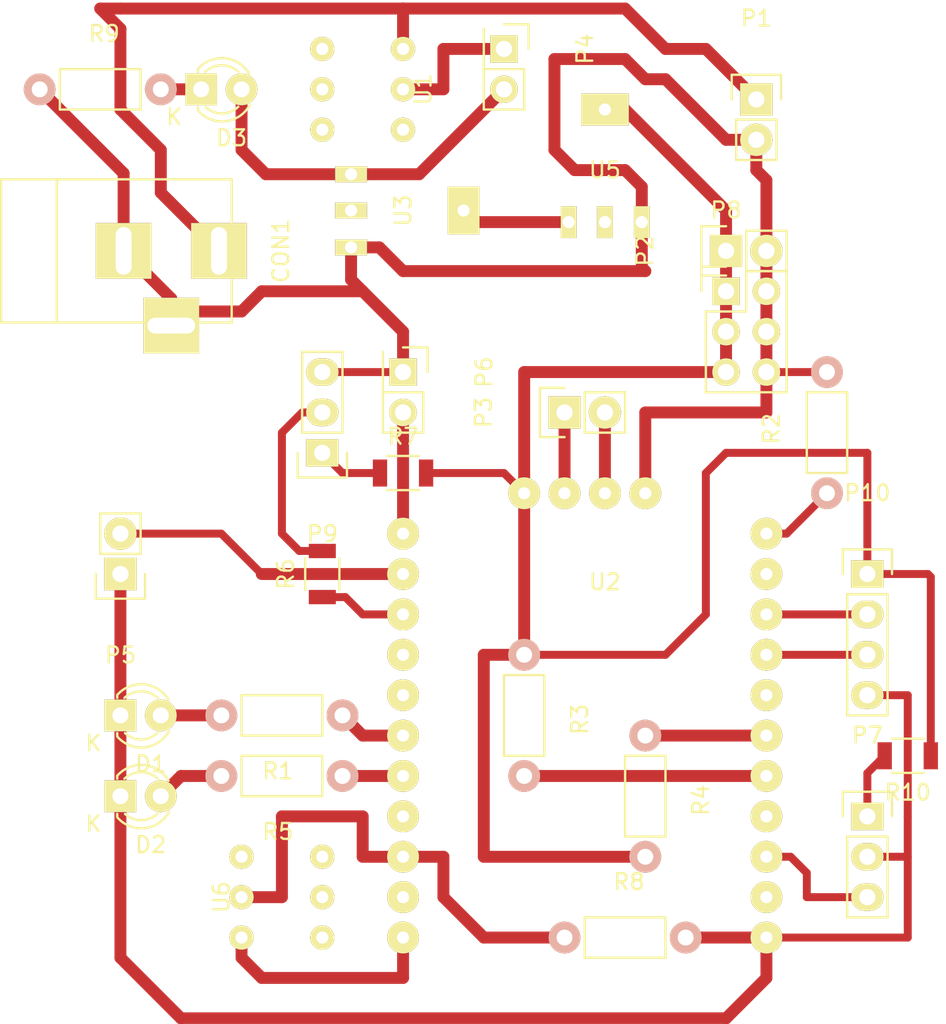
<source format=kicad_pcb>
(kicad_pcb (version 4) (host pcbnew 4.0.2+dfsg1-stable)

  (general
    (links 57)
    (no_connects 0)
    (area 0 0 0 0)
    (thickness 1.6)
    (drawings 0)
    (tracks 146)
    (zones 0)
    (modules 29)
    (nets 45)
  )

  (page A4)
  (layers
    (0 F.Cu signal)
    (31 B.Cu signal)
    (32 B.Adhes user)
    (33 F.Adhes user)
    (34 B.Paste user)
    (35 F.Paste user)
    (36 B.SilkS user)
    (37 F.SilkS user)
    (38 B.Mask user)
    (39 F.Mask user)
    (40 Dwgs.User user)
    (41 Cmts.User user)
    (42 Eco1.User user)
    (43 Eco2.User user)
    (44 Edge.Cuts user)
    (45 Margin user)
    (46 B.CrtYd user)
    (47 F.CrtYd user)
    (48 B.Fab user)
    (49 F.Fab user)
  )

  (setup
    (last_trace_width 0.5)
    (user_trace_width 0.5)
    (trace_clearance 0.2)
    (zone_clearance 0.508)
    (zone_45_only no)
    (trace_min 0.2)
    (segment_width 0.2)
    (edge_width 0.15)
    (via_size 0.6)
    (via_drill 0.4)
    (via_min_size 0.4)
    (via_min_drill 0.3)
    (uvia_size 0.3)
    (uvia_drill 0.1)
    (uvias_allowed no)
    (uvia_min_size 0.2)
    (uvia_min_drill 0.1)
    (pcb_text_width 0.3)
    (pcb_text_size 1.5 1.5)
    (mod_edge_width 0.15)
    (mod_text_size 1 1)
    (mod_text_width 0.15)
    (pad_size 3 2)
    (pad_drill 0.762)
    (pad_to_mask_clearance 0.2)
    (aux_axis_origin 0 0)
    (visible_elements FFFFFF7F)
    (pcbplotparams
      (layerselection 0x00000_00000001)
      (usegerberextensions false)
      (excludeedgelayer true)
      (linewidth 0.100000)
      (plotframeref false)
      (viasonmask false)
      (mode 1)
      (useauxorigin false)
      (hpglpennumber 1)
      (hpglpenspeed 20)
      (hpglpendiameter 15)
      (hpglpenoverlay 2)
      (psnegative false)
      (psa4output false)
      (plotreference true)
      (plotvalue true)
      (plotinvisibletext false)
      (padsonsilk false)
      (subtractmaskfromsilk false)
      (outputformat 1)
      (mirror false)
      (drillshape 0)
      (scaleselection 1)
      (outputdirectory ""))
  )

  (net 0 "")
  (net 1 "Net-(D1-Pad2)")
  (net 2 "Net-(P3-Pad1)")
  (net 3 "Net-(P3-Pad2)")
  (net 4 "Net-(U2-Pad14)")
  (net 5 "Net-(U2-Pad17)")
  (net 6 "Net-(D2-Pad2)")
  (net 7 "Net-(P6-Pad2)")
  (net 8 "Net-(P7-Pad1)")
  (net 9 "Net-(CON1-Pad1)")
  (net 10 "Net-(CON1-Pad2)")
  (net 11 "Net-(P9-Pad1)")
  (net 12 "Net-(U1-Pad4)")
  (net 13 "Net-(U1-Pad5)")
  (net 14 "Net-(U1-Pad6)")
  (net 15 "Net-(U6-Pad3)")
  (net 16 "Net-(U6-Pad4)")
  (net 17 "Net-(U6-Pad5)")
  (net 18 "Net-(U6-Pad6)")
  (net 19 "Net-(D3-Pad2)")
  (net 20 "Net-(D3-Pad1)")
  (net 21 "Net-(U1-Pad3)")
  (net 22 "Net-(U2-Pad15)")
  (net 23 "Net-(P4-Pad1)")
  (net 24 "Net-(U3-Pad2)")
  (net 25 "Net-(D1-Pad1)")
  (net 26 "Net-(P5-Pad2)")
  (net 27 "Net-(P7-Pad3)")
  (net 28 "Net-(R1-Pad1)")
  (net 29 "Net-(R2-Pad1)")
  (net 30 "Net-(R3-Pad2)")
  (net 31 "Net-(R4-Pad1)")
  (net 32 "Net-(R5-Pad1)")
  (net 33 "Net-(R8-Pad1)")
  (net 34 "Net-(U2-Pad8)")
  (net 35 "Net-(U2-Pad9)")
  (net 36 "Net-(U2-Pad12)")
  (net 37 "Net-(U2-Pad19)")
  (net 38 "Net-(U2-Pad22)")
  (net 39 "Net-(U2-Pad25)")
  (net 40 "Net-(P10-Pad1)")
  (net 41 "Net-(P9-Pad2)")
  (net 42 "Net-(P10-Pad2)")
  (net 43 "Net-(P10-Pad3)")
  (net 44 "Net-(R6-Pad1)")

  (net_class Default "This is the default net class."
    (clearance 0.2)
    (trace_width 0.75)
    (via_dia 0.6)
    (via_drill 0.4)
    (uvia_dia 0.3)
    (uvia_drill 0.1)
    (add_net "Net-(CON1-Pad1)")
    (add_net "Net-(CON1-Pad2)")
    (add_net "Net-(D1-Pad1)")
    (add_net "Net-(D1-Pad2)")
    (add_net "Net-(D2-Pad2)")
    (add_net "Net-(D3-Pad1)")
    (add_net "Net-(D3-Pad2)")
    (add_net "Net-(P10-Pad1)")
    (add_net "Net-(P10-Pad2)")
    (add_net "Net-(P10-Pad3)")
    (add_net "Net-(P3-Pad1)")
    (add_net "Net-(P3-Pad2)")
    (add_net "Net-(P4-Pad1)")
    (add_net "Net-(P5-Pad2)")
    (add_net "Net-(P6-Pad2)")
    (add_net "Net-(P7-Pad1)")
    (add_net "Net-(P7-Pad3)")
    (add_net "Net-(P9-Pad1)")
    (add_net "Net-(P9-Pad2)")
    (add_net "Net-(R1-Pad1)")
    (add_net "Net-(R2-Pad1)")
    (add_net "Net-(R3-Pad2)")
    (add_net "Net-(R4-Pad1)")
    (add_net "Net-(R5-Pad1)")
    (add_net "Net-(R6-Pad1)")
    (add_net "Net-(R8-Pad1)")
    (add_net "Net-(U1-Pad3)")
    (add_net "Net-(U1-Pad4)")
    (add_net "Net-(U1-Pad5)")
    (add_net "Net-(U1-Pad6)")
    (add_net "Net-(U2-Pad12)")
    (add_net "Net-(U2-Pad14)")
    (add_net "Net-(U2-Pad15)")
    (add_net "Net-(U2-Pad17)")
    (add_net "Net-(U2-Pad19)")
    (add_net "Net-(U2-Pad22)")
    (add_net "Net-(U2-Pad25)")
    (add_net "Net-(U2-Pad8)")
    (add_net "Net-(U2-Pad9)")
    (add_net "Net-(U3-Pad2)")
    (add_net "Net-(U6-Pad3)")
    (add_net "Net-(U6-Pad4)")
    (add_net "Net-(U6-Pad5)")
    (add_net "Net-(U6-Pad6)")
  )

  (module Pin_Headers:Pin_Header_Straight_1x02 (layer F.Cu) (tedit 54EA090C) (tstamp 57DD7844)
    (at 156.845 74.295)
    (descr "Through hole pin header")
    (tags "pin header")
    (path /57DBE0CA)
    (fp_text reference P1 (at 0 -5.1) (layer F.SilkS)
      (effects (font (size 1 1) (thickness 0.15)))
    )
    (fp_text value CONN_01X02 (at 0 -3.1) (layer F.Fab)
      (effects (font (size 1 1) (thickness 0.15)))
    )
    (fp_line (start 1.27 1.27) (end 1.27 3.81) (layer F.SilkS) (width 0.15))
    (fp_line (start 1.55 -1.55) (end 1.55 0) (layer F.SilkS) (width 0.15))
    (fp_line (start -1.75 -1.75) (end -1.75 4.3) (layer F.CrtYd) (width 0.05))
    (fp_line (start 1.75 -1.75) (end 1.75 4.3) (layer F.CrtYd) (width 0.05))
    (fp_line (start -1.75 -1.75) (end 1.75 -1.75) (layer F.CrtYd) (width 0.05))
    (fp_line (start -1.75 4.3) (end 1.75 4.3) (layer F.CrtYd) (width 0.05))
    (fp_line (start 1.27 1.27) (end -1.27 1.27) (layer F.SilkS) (width 0.15))
    (fp_line (start -1.55 0) (end -1.55 -1.55) (layer F.SilkS) (width 0.15))
    (fp_line (start -1.55 -1.55) (end 1.55 -1.55) (layer F.SilkS) (width 0.15))
    (fp_line (start -1.27 1.27) (end -1.27 3.81) (layer F.SilkS) (width 0.15))
    (fp_line (start -1.27 3.81) (end 1.27 3.81) (layer F.SilkS) (width 0.15))
    (pad 1 thru_hole rect (at 0 0) (size 2.032 2.032) (drill 1.016) (layers *.Cu *.Mask F.SilkS)
      (net 9 "Net-(CON1-Pad1)"))
    (pad 2 thru_hole oval (at 0 2.54) (size 2.032 2.032) (drill 1.016) (layers *.Cu *.Mask F.SilkS)
      (net 10 "Net-(CON1-Pad2)"))
    (model Pin_Headers.3dshapes/Pin_Header_Straight_1x02.wrl
      (at (xyz 0 -0.05 0))
      (scale (xyz 1 1 1))
      (rotate (xyz 0 0 90))
    )
  )

  (module Pin_Headers:Pin_Header_Straight_1x02 (layer F.Cu) (tedit 54EA090C) (tstamp 5756C989)
    (at 154.94 83.82 90)
    (descr "Through hole pin header")
    (tags "pin header")
    (path /571A7F11)
    (fp_text reference P2 (at 0 -5.1 90) (layer F.SilkS)
      (effects (font (size 1 1) (thickness 0.15)))
    )
    (fp_text value 3V3 (at 0 -3.1 90) (layer F.Fab)
      (effects (font (size 1 1) (thickness 0.15)))
    )
    (fp_line (start 1.27 1.27) (end 1.27 3.81) (layer F.SilkS) (width 0.15))
    (fp_line (start 1.55 -1.55) (end 1.55 0) (layer F.SilkS) (width 0.15))
    (fp_line (start -1.75 -1.75) (end -1.75 4.3) (layer F.CrtYd) (width 0.05))
    (fp_line (start 1.75 -1.75) (end 1.75 4.3) (layer F.CrtYd) (width 0.05))
    (fp_line (start -1.75 -1.75) (end 1.75 -1.75) (layer F.CrtYd) (width 0.05))
    (fp_line (start -1.75 4.3) (end 1.75 4.3) (layer F.CrtYd) (width 0.05))
    (fp_line (start 1.27 1.27) (end -1.27 1.27) (layer F.SilkS) (width 0.15))
    (fp_line (start -1.55 0) (end -1.55 -1.55) (layer F.SilkS) (width 0.15))
    (fp_line (start -1.55 -1.55) (end 1.55 -1.55) (layer F.SilkS) (width 0.15))
    (fp_line (start -1.27 1.27) (end -1.27 3.81) (layer F.SilkS) (width 0.15))
    (fp_line (start -1.27 3.81) (end 1.27 3.81) (layer F.SilkS) (width 0.15))
    (pad 1 thru_hole rect (at 0 0 90) (size 2.032 2.032) (drill 1.016) (layers *.Cu *.Mask F.SilkS)
      (net 40 "Net-(P10-Pad1)"))
    (pad 2 thru_hole oval (at 0 2.54 90) (size 2.032 2.032) (drill 1.016) (layers *.Cu *.Mask F.SilkS)
      (net 10 "Net-(CON1-Pad2)"))
    (model Pin_Headers.3dshapes/Pin_Header_Straight_1x02.wrl
      (at (xyz 0 -0.05 0))
      (scale (xyz 1 1 1))
      (rotate (xyz 0 0 90))
    )
  )

  (module Pin_Headers:Pin_Header_Straight_1x02 (layer F.Cu) (tedit 54EA090C) (tstamp 5756C98F)
    (at 144.78 93.98 90)
    (descr "Through hole pin header")
    (tags "pin header")
    (path /571A7F86)
    (fp_text reference P3 (at 0 -5.1 90) (layer F.SilkS)
      (effects (font (size 1 1) (thickness 0.15)))
    )
    (fp_text value RX/TX (at 0 -3.1 90) (layer F.Fab)
      (effects (font (size 1 1) (thickness 0.15)))
    )
    (fp_line (start 1.27 1.27) (end 1.27 3.81) (layer F.SilkS) (width 0.15))
    (fp_line (start 1.55 -1.55) (end 1.55 0) (layer F.SilkS) (width 0.15))
    (fp_line (start -1.75 -1.75) (end -1.75 4.3) (layer F.CrtYd) (width 0.05))
    (fp_line (start 1.75 -1.75) (end 1.75 4.3) (layer F.CrtYd) (width 0.05))
    (fp_line (start -1.75 -1.75) (end 1.75 -1.75) (layer F.CrtYd) (width 0.05))
    (fp_line (start -1.75 4.3) (end 1.75 4.3) (layer F.CrtYd) (width 0.05))
    (fp_line (start 1.27 1.27) (end -1.27 1.27) (layer F.SilkS) (width 0.15))
    (fp_line (start -1.55 0) (end -1.55 -1.55) (layer F.SilkS) (width 0.15))
    (fp_line (start -1.55 -1.55) (end 1.55 -1.55) (layer F.SilkS) (width 0.15))
    (fp_line (start -1.27 1.27) (end -1.27 3.81) (layer F.SilkS) (width 0.15))
    (fp_line (start -1.27 3.81) (end 1.27 3.81) (layer F.SilkS) (width 0.15))
    (pad 1 thru_hole rect (at 0 0 90) (size 2.032 2.032) (drill 1.016) (layers *.Cu *.Mask F.SilkS)
      (net 2 "Net-(P3-Pad1)"))
    (pad 2 thru_hole oval (at 0 2.54 90) (size 2.032 2.032) (drill 1.016) (layers *.Cu *.Mask F.SilkS)
      (net 3 "Net-(P3-Pad2)"))
    (model Pin_Headers.3dshapes/Pin_Header_Straight_1x02.wrl
      (at (xyz 0 -0.05 0))
      (scale (xyz 1 1 1))
      (rotate (xyz 0 0 90))
    )
  )

  (module Pin_Headers:Pin_Header_Straight_2x03 (layer F.Cu) (tedit 54EA0A4B) (tstamp 5756C9BF)
    (at 154.94 86.36)
    (descr "Through hole pin header")
    (tags "pin header")
    (path /5756E6F2)
    (fp_text reference P8 (at 0 -5.1) (layer F.SilkS)
      (effects (font (size 1 1) (thickness 0.15)))
    )
    (fp_text value 3V3/GND (at 0 -3.1) (layer F.Fab)
      (effects (font (size 1 1) (thickness 0.15)))
    )
    (fp_line (start -1.27 1.27) (end -1.27 6.35) (layer F.SilkS) (width 0.15))
    (fp_line (start -1.55 -1.55) (end 0 -1.55) (layer F.SilkS) (width 0.15))
    (fp_line (start -1.75 -1.75) (end -1.75 6.85) (layer F.CrtYd) (width 0.05))
    (fp_line (start 4.3 -1.75) (end 4.3 6.85) (layer F.CrtYd) (width 0.05))
    (fp_line (start -1.75 -1.75) (end 4.3 -1.75) (layer F.CrtYd) (width 0.05))
    (fp_line (start -1.75 6.85) (end 4.3 6.85) (layer F.CrtYd) (width 0.05))
    (fp_line (start 1.27 -1.27) (end 1.27 1.27) (layer F.SilkS) (width 0.15))
    (fp_line (start 1.27 1.27) (end -1.27 1.27) (layer F.SilkS) (width 0.15))
    (fp_line (start -1.27 6.35) (end 3.81 6.35) (layer F.SilkS) (width 0.15))
    (fp_line (start 3.81 6.35) (end 3.81 1.27) (layer F.SilkS) (width 0.15))
    (fp_line (start -1.55 -1.55) (end -1.55 0) (layer F.SilkS) (width 0.15))
    (fp_line (start 3.81 -1.27) (end 1.27 -1.27) (layer F.SilkS) (width 0.15))
    (fp_line (start 3.81 1.27) (end 3.81 -1.27) (layer F.SilkS) (width 0.15))
    (pad 1 thru_hole rect (at 0 0) (size 1.7272 1.7272) (drill 1.016) (layers *.Cu *.Mask F.SilkS)
      (net 40 "Net-(P10-Pad1)"))
    (pad 2 thru_hole oval (at 2.54 0) (size 1.7272 1.7272) (drill 1.016) (layers *.Cu *.Mask F.SilkS)
      (net 10 "Net-(CON1-Pad2)"))
    (pad 3 thru_hole oval (at 0 2.54) (size 1.7272 1.7272) (drill 1.016) (layers *.Cu *.Mask F.SilkS)
      (net 40 "Net-(P10-Pad1)"))
    (pad 4 thru_hole oval (at 2.54 2.54) (size 1.7272 1.7272) (drill 1.016) (layers *.Cu *.Mask F.SilkS)
      (net 10 "Net-(CON1-Pad2)"))
    (pad 5 thru_hole oval (at 0 5.08) (size 1.7272 1.7272) (drill 1.016) (layers *.Cu *.Mask F.SilkS)
      (net 40 "Net-(P10-Pad1)"))
    (pad 6 thru_hole oval (at 2.54 5.08) (size 1.7272 1.7272) (drill 1.016) (layers *.Cu *.Mask F.SilkS)
      (net 10 "Net-(CON1-Pad2)"))
    (model Pin_Headers.3dshapes/Pin_Header_Straight_2x03.wrl
      (at (xyz 0.05 -0.1 0))
      (scale (xyz 1 1 1))
      (rotate (xyz 0 0 90))
    )
  )

  (module Resistors_ThroughHole:Resistor_Horizontal_RM7mm (layer F.Cu) (tedit 569FCF07) (tstamp 5756C9CB)
    (at 161.29 99.06 90)
    (descr "Resistor, Axial,  RM 7.62mm, 1/3W,")
    (tags "Resistor Axial RM 7.62mm 1/3W R3")
    (path /571A85F0)
    (fp_text reference R2 (at 4.05892 -3.50012 90) (layer F.SilkS)
      (effects (font (size 1 1) (thickness 0.15)))
    )
    (fp_text value 10k (at 3.81 3.81 90) (layer F.Fab)
      (effects (font (size 1 1) (thickness 0.15)))
    )
    (fp_line (start -1.25 -1.5) (end 8.85 -1.5) (layer F.CrtYd) (width 0.05))
    (fp_line (start -1.25 1.5) (end -1.25 -1.5) (layer F.CrtYd) (width 0.05))
    (fp_line (start 8.85 -1.5) (end 8.85 1.5) (layer F.CrtYd) (width 0.05))
    (fp_line (start -1.25 1.5) (end 8.85 1.5) (layer F.CrtYd) (width 0.05))
    (fp_line (start 1.27 -1.27) (end 6.35 -1.27) (layer F.SilkS) (width 0.15))
    (fp_line (start 6.35 -1.27) (end 6.35 1.27) (layer F.SilkS) (width 0.15))
    (fp_line (start 6.35 1.27) (end 1.27 1.27) (layer F.SilkS) (width 0.15))
    (fp_line (start 1.27 1.27) (end 1.27 -1.27) (layer F.SilkS) (width 0.15))
    (pad 1 thru_hole circle (at 0 0 90) (size 1.99898 1.99898) (drill 1.00076) (layers *.Cu *.SilkS *.Mask)
      (net 29 "Net-(R2-Pad1)"))
    (pad 2 thru_hole circle (at 7.62 0 90) (size 1.99898 1.99898) (drill 1.00076) (layers *.Cu *.SilkS *.Mask)
      (net 10 "Net-(CON1-Pad2)"))
  )

  (module Resistors_ThroughHole:Resistor_Horizontal_RM7mm (layer F.Cu) (tedit 569FCF07) (tstamp 5756C9D1)
    (at 142.24 109.22 270)
    (descr "Resistor, Axial,  RM 7.62mm, 1/3W,")
    (tags "Resistor Axial RM 7.62mm 1/3W R3")
    (path /571A8389)
    (fp_text reference R3 (at 4.05892 -3.50012 270) (layer F.SilkS)
      (effects (font (size 1 1) (thickness 0.15)))
    )
    (fp_text value 10k (at 3.81 3.81 270) (layer F.Fab)
      (effects (font (size 1 1) (thickness 0.15)))
    )
    (fp_line (start -1.25 -1.5) (end 8.85 -1.5) (layer F.CrtYd) (width 0.05))
    (fp_line (start -1.25 1.5) (end -1.25 -1.5) (layer F.CrtYd) (width 0.05))
    (fp_line (start 8.85 -1.5) (end 8.85 1.5) (layer F.CrtYd) (width 0.05))
    (fp_line (start -1.25 1.5) (end 8.85 1.5) (layer F.CrtYd) (width 0.05))
    (fp_line (start 1.27 -1.27) (end 6.35 -1.27) (layer F.SilkS) (width 0.15))
    (fp_line (start 6.35 -1.27) (end 6.35 1.27) (layer F.SilkS) (width 0.15))
    (fp_line (start 6.35 1.27) (end 1.27 1.27) (layer F.SilkS) (width 0.15))
    (fp_line (start 1.27 1.27) (end 1.27 -1.27) (layer F.SilkS) (width 0.15))
    (pad 1 thru_hole circle (at 0 0 270) (size 1.99898 1.99898) (drill 1.00076) (layers *.Cu *.SilkS *.Mask)
      (net 40 "Net-(P10-Pad1)"))
    (pad 2 thru_hole circle (at 7.62 0 270) (size 1.99898 1.99898) (drill 1.00076) (layers *.Cu *.SilkS *.Mask)
      (net 30 "Net-(R3-Pad2)"))
  )

  (module Resistors_ThroughHole:Resistor_Horizontal_RM7mm (layer F.Cu) (tedit 569FCF07) (tstamp 5756C9D7)
    (at 149.86 114.3 270)
    (descr "Resistor, Axial,  RM 7.62mm, 1/3W,")
    (tags "Resistor Axial RM 7.62mm 1/3W R3")
    (path /571A84A6)
    (fp_text reference R4 (at 4.05892 -3.50012 270) (layer F.SilkS)
      (effects (font (size 1 1) (thickness 0.15)))
    )
    (fp_text value 10k (at 3.81 3.81 270) (layer F.Fab)
      (effects (font (size 1 1) (thickness 0.15)))
    )
    (fp_line (start -1.25 -1.5) (end 8.85 -1.5) (layer F.CrtYd) (width 0.05))
    (fp_line (start -1.25 1.5) (end -1.25 -1.5) (layer F.CrtYd) (width 0.05))
    (fp_line (start 8.85 -1.5) (end 8.85 1.5) (layer F.CrtYd) (width 0.05))
    (fp_line (start -1.25 1.5) (end 8.85 1.5) (layer F.CrtYd) (width 0.05))
    (fp_line (start 1.27 -1.27) (end 6.35 -1.27) (layer F.SilkS) (width 0.15))
    (fp_line (start 6.35 -1.27) (end 6.35 1.27) (layer F.SilkS) (width 0.15))
    (fp_line (start 6.35 1.27) (end 1.27 1.27) (layer F.SilkS) (width 0.15))
    (fp_line (start 1.27 1.27) (end 1.27 -1.27) (layer F.SilkS) (width 0.15))
    (pad 1 thru_hole circle (at 0 0 270) (size 1.99898 1.99898) (drill 1.00076) (layers *.Cu *.SilkS *.Mask)
      (net 31 "Net-(R4-Pad1)"))
    (pad 2 thru_hole circle (at 7.62 0 270) (size 1.99898 1.99898) (drill 1.00076) (layers *.Cu *.SilkS *.Mask)
      (net 40 "Net-(P10-Pad1)"))
  )

  (module bugs:ESP201 (layer F.Cu) (tedit 5727C3F6) (tstamp 5756CA02)
    (at 147.32 104.14)
    (path /571A7E1E)
    (fp_text reference U2 (at 0 0.5) (layer F.SilkS)
      (effects (font (size 1 1) (thickness 0.15)))
    )
    (fp_text value ESP-201 (at 0 -0.5) (layer F.Fab)
      (effects (font (size 1 1) (thickness 0.15)))
    )
    (pad 1 thru_hole circle (at -5.08 -5.08) (size 2 2) (drill 0.762) (layers *.Cu *.Mask F.SilkS)
      (net 40 "Net-(P10-Pad1)"))
    (pad 2 thru_hole circle (at -2.54 -5.08) (size 2 2) (drill 0.762) (layers *.Cu *.Mask F.SilkS)
      (net 2 "Net-(P3-Pad1)"))
    (pad 3 thru_hole circle (at 0 -5.08) (size 2 2) (drill 0.762) (layers *.Cu *.Mask F.SilkS)
      (net 3 "Net-(P3-Pad2)"))
    (pad 4 thru_hole circle (at 2.54 -5.08) (size 2 2) (drill 0.762) (layers *.Cu *.Mask F.SilkS)
      (net 10 "Net-(CON1-Pad2)"))
    (pad 5 thru_hole circle (at -12.7 -2.54) (size 2 2) (drill 0.762) (layers *.Cu *.Mask F.SilkS)
      (net 7 "Net-(P6-Pad2)"))
    (pad 6 thru_hole circle (at -12.7 0) (size 2 2) (drill 0.762) (layers *.Cu *.Mask F.SilkS)
      (net 26 "Net-(P5-Pad2)"))
    (pad 7 thru_hole circle (at -12.7 2.54) (size 2 2) (drill 0.762) (layers *.Cu *.Mask F.SilkS)
      (net 44 "Net-(R6-Pad1)"))
    (pad 8 thru_hole circle (at -12.7 5.08) (size 2 2) (drill 0.762) (layers *.Cu *.Mask F.SilkS)
      (net 34 "Net-(U2-Pad8)"))
    (pad 9 thru_hole circle (at -12.7 7.62) (size 2 2) (drill 0.762) (layers *.Cu *.Mask F.SilkS)
      (net 35 "Net-(U2-Pad9)"))
    (pad 10 thru_hole circle (at -12.7 10.16) (size 2 2) (drill 0.762) (layers *.Cu *.Mask F.SilkS)
      (net 28 "Net-(R1-Pad1)"))
    (pad 11 thru_hole circle (at -12.7 12.7) (size 2 2) (drill 0.762) (layers *.Cu *.Mask F.SilkS)
      (net 32 "Net-(R5-Pad1)"))
    (pad 12 thru_hole circle (at -12.7 15.24) (size 2 2) (drill 0.762) (layers *.Cu *.Mask F.SilkS)
      (net 36 "Net-(U2-Pad12)"))
    (pad 13 thru_hole circle (at -12.7 17.78) (size 2 2) (drill 0.762) (layers *.Cu *.Mask F.SilkS)
      (net 33 "Net-(R8-Pad1)"))
    (pad 14 thru_hole circle (at -12.7 20.32) (size 2 2) (drill 0.762) (layers *.Cu *.Mask F.SilkS)
      (net 4 "Net-(U2-Pad14)"))
    (pad 15 thru_hole circle (at -12.7 22.86) (size 2 2) (drill 0.762) (layers *.Cu *.Mask F.SilkS)
      (net 22 "Net-(U2-Pad15)"))
    (pad 16 thru_hole circle (at 10.16 22.86) (size 2 2) (drill 0.762) (layers *.Cu *.Mask F.SilkS)
      (net 25 "Net-(D1-Pad1)"))
    (pad 17 thru_hole circle (at 10.16 20.32) (size 2 2) (drill 0.762) (layers *.Cu *.Mask F.SilkS)
      (net 5 "Net-(U2-Pad17)"))
    (pad 18 thru_hole circle (at 10.16 17.78) (size 2 2) (drill 0.762) (layers *.Cu *.Mask F.SilkS)
      (net 27 "Net-(P7-Pad3)"))
    (pad 19 thru_hole circle (at 10.16 15.24) (size 2 2) (drill 0.762) (layers *.Cu *.Mask F.SilkS)
      (net 37 "Net-(U2-Pad19)"))
    (pad 20 thru_hole circle (at 10.16 12.7) (size 2 2) (drill 0.762) (layers *.Cu *.Mask F.SilkS)
      (net 30 "Net-(R3-Pad2)"))
    (pad 21 thru_hole circle (at 10.16 10.16) (size 2 2) (drill 0.762) (layers *.Cu *.Mask F.SilkS)
      (net 31 "Net-(R4-Pad1)"))
    (pad 22 thru_hole circle (at 10.16 7.62) (size 2 2) (drill 0.762) (layers *.Cu *.Mask F.SilkS)
      (net 38 "Net-(U2-Pad22)"))
    (pad 23 thru_hole circle (at 10.16 5.08) (size 2 2) (drill 0.762) (layers *.Cu *.Mask F.SilkS)
      (net 43 "Net-(P10-Pad3)"))
    (pad 24 thru_hole circle (at 10.16 2.54) (size 2 2) (drill 0.762) (layers *.Cu *.Mask F.SilkS)
      (net 42 "Net-(P10-Pad2)"))
    (pad 25 thru_hole circle (at 10.16 0) (size 2 2) (drill 0.762) (layers *.Cu *.Mask F.SilkS)
      (net 39 "Net-(U2-Pad25)"))
    (pad 26 thru_hole circle (at 10.16 -2.54) (size 2 2) (drill 0.762) (layers *.Cu *.Mask F.SilkS)
      (net 29 "Net-(R2-Pad1)"))
  )

  (module Connect:BARREL_JACK (layer F.Cu) (tedit 0) (tstamp 57DD7822)
    (at 116.84 83.82)
    (descr "DC Barrel Jack")
    (tags "Power Jack")
    (path /57DBCD0F)
    (fp_text reference CON1 (at 10.09904 0 90) (layer F.SilkS)
      (effects (font (size 1 1) (thickness 0.15)))
    )
    (fp_text value BARREL_JACK (at 0 -5.99948) (layer F.Fab)
      (effects (font (size 1 1) (thickness 0.15)))
    )
    (fp_line (start -4.0005 -4.50088) (end -4.0005 4.50088) (layer F.SilkS) (width 0.15))
    (fp_line (start -7.50062 -4.50088) (end -7.50062 4.50088) (layer F.SilkS) (width 0.15))
    (fp_line (start -7.50062 4.50088) (end 7.00024 4.50088) (layer F.SilkS) (width 0.15))
    (fp_line (start 7.00024 4.50088) (end 7.00024 -4.50088) (layer F.SilkS) (width 0.15))
    (fp_line (start 7.00024 -4.50088) (end -7.50062 -4.50088) (layer F.SilkS) (width 0.15))
    (pad 1 thru_hole rect (at 6.20014 0) (size 3.50012 3.50012) (drill oval 1.00076 2.99974) (layers *.Cu *.Mask F.SilkS)
      (net 9 "Net-(CON1-Pad1)"))
    (pad 2 thru_hole rect (at 0.20066 0) (size 3.50012 3.50012) (drill oval 1.00076 2.99974) (layers *.Cu *.Mask F.SilkS)
      (net 10 "Net-(CON1-Pad2)"))
    (pad 3 thru_hole rect (at 3.2004 4.699) (size 3.50012 3.50012) (drill oval 2.99974 1.00076) (layers *.Cu *.Mask F.SilkS)
      (net 10 "Net-(CON1-Pad2)"))
  )

  (module LEDs:LED-3MM (layer F.Cu) (tedit 559B82F6) (tstamp 57DD7833)
    (at 121.92 73.66)
    (descr "LED 3mm round vertical")
    (tags "LED  3mm round vertical")
    (path /57DBD831)
    (fp_text reference D3 (at 1.91 3.06) (layer F.SilkS)
      (effects (font (size 1 1) (thickness 0.15)))
    )
    (fp_text value LED (at 1.3 -2.9) (layer F.Fab)
      (effects (font (size 1 1) (thickness 0.15)))
    )
    (fp_line (start -1.2 2.3) (end 3.8 2.3) (layer F.CrtYd) (width 0.05))
    (fp_line (start 3.8 2.3) (end 3.8 -2.2) (layer F.CrtYd) (width 0.05))
    (fp_line (start 3.8 -2.2) (end -1.2 -2.2) (layer F.CrtYd) (width 0.05))
    (fp_line (start -1.2 -2.2) (end -1.2 2.3) (layer F.CrtYd) (width 0.05))
    (fp_line (start -0.199 1.314) (end -0.199 1.114) (layer F.SilkS) (width 0.15))
    (fp_line (start -0.199 -1.28) (end -0.199 -1.1) (layer F.SilkS) (width 0.15))
    (fp_arc (start 1.301 0.034) (end -0.199 -1.286) (angle 108.5) (layer F.SilkS) (width 0.15))
    (fp_arc (start 1.301 0.034) (end 0.25 -1.1) (angle 85.7) (layer F.SilkS) (width 0.15))
    (fp_arc (start 1.311 0.034) (end 3.051 0.994) (angle 110) (layer F.SilkS) (width 0.15))
    (fp_arc (start 1.301 0.034) (end 2.335 1.094) (angle 87.5) (layer F.SilkS) (width 0.15))
    (fp_text user K (at -1.69 1.74) (layer F.SilkS)
      (effects (font (size 1 1) (thickness 0.15)))
    )
    (pad 1 thru_hole rect (at 0 0 90) (size 2 2) (drill 1.00076) (layers *.Cu *.Mask F.SilkS)
      (net 20 "Net-(D3-Pad1)"))
    (pad 2 thru_hole circle (at 2.54 0) (size 2 2) (drill 1.00076) (layers *.Cu *.Mask F.SilkS)
      (net 19 "Net-(D3-Pad2)"))
    (model LEDs.3dshapes/LED-3MM.wrl
      (at (xyz 0.05 0 0))
      (scale (xyz 1 1 1))
      (rotate (xyz 0 0 90))
    )
  )

  (module Resistors_ThroughHole:Resistor_Horizontal_RM7mm (layer F.Cu) (tedit 569FCF07) (tstamp 57DD788E)
    (at 144.78 127)
    (descr "Resistor, Axial,  RM 7.62mm, 1/3W,")
    (tags "Resistor Axial RM 7.62mm 1/3W R3")
    (path /57DC02FF)
    (fp_text reference R8 (at 4.05892 -3.50012) (layer F.SilkS)
      (effects (font (size 1 1) (thickness 0.15)))
    )
    (fp_text value 10k (at 3.81 3.81) (layer F.Fab)
      (effects (font (size 1 1) (thickness 0.15)))
    )
    (fp_line (start -1.25 -1.5) (end 8.85 -1.5) (layer F.CrtYd) (width 0.05))
    (fp_line (start -1.25 1.5) (end -1.25 -1.5) (layer F.CrtYd) (width 0.05))
    (fp_line (start 8.85 -1.5) (end 8.85 1.5) (layer F.CrtYd) (width 0.05))
    (fp_line (start -1.25 1.5) (end 8.85 1.5) (layer F.CrtYd) (width 0.05))
    (fp_line (start 1.27 -1.27) (end 6.35 -1.27) (layer F.SilkS) (width 0.15))
    (fp_line (start 6.35 -1.27) (end 6.35 1.27) (layer F.SilkS) (width 0.15))
    (fp_line (start 6.35 1.27) (end 1.27 1.27) (layer F.SilkS) (width 0.15))
    (fp_line (start 1.27 1.27) (end 1.27 -1.27) (layer F.SilkS) (width 0.15))
    (pad 1 thru_hole circle (at 0 0) (size 1.99898 1.99898) (drill 1.00076) (layers *.Cu *.SilkS *.Mask)
      (net 33 "Net-(R8-Pad1)"))
    (pad 2 thru_hole circle (at 7.62 0) (size 1.99898 1.99898) (drill 1.00076) (layers *.Cu *.SilkS *.Mask)
      (net 25 "Net-(D1-Pad1)"))
  )

  (module bugs:button (layer F.Cu) (tedit 573994E4) (tstamp 57DD7898)
    (at 132.08 73.66 270)
    (path /57DBCD10)
    (fp_text reference U1 (at 0 -3.81 270) (layer F.SilkS)
      (effects (font (size 1 1) (thickness 0.15)))
    )
    (fp_text value BUTTON (at 0 -0.5 270) (layer F.Fab)
      (effects (font (size 1 1) (thickness 0.15)))
    )
    (pad 1 thru_hole circle (at -2.54 -2.54 270) (size 1.524 1.524) (drill 0.762) (layers *.Cu *.Mask F.SilkS)
      (net 9 "Net-(CON1-Pad1)"))
    (pad 2 thru_hole circle (at 0 -2.54 270) (size 1.524 1.524) (drill 0.762) (layers *.Cu *.Mask F.SilkS)
      (net 23 "Net-(P4-Pad1)"))
    (pad 3 thru_hole circle (at 2.54 -2.54 270) (size 1.524 1.524) (drill 0.762) (layers *.Cu *.Mask F.SilkS)
      (net 21 "Net-(U1-Pad3)"))
    (pad 4 thru_hole circle (at -2.54 2.54 270) (size 1.524 1.524) (drill 0.762) (layers *.Cu *.Mask F.SilkS)
      (net 12 "Net-(U1-Pad4)"))
    (pad 5 thru_hole circle (at 0 2.54 270) (size 1.524 1.524) (drill 0.762) (layers *.Cu *.Mask F.SilkS)
      (net 13 "Net-(U1-Pad5)"))
    (pad 6 thru_hole circle (at 2.54 2.54 270) (size 1.524 1.524) (drill 0.762) (layers *.Cu *.Mask F.SilkS)
      (net 14 "Net-(U1-Pad6)"))
  )

  (module bugs:button (layer F.Cu) (tedit 573994E4) (tstamp 57DD78B2)
    (at 127 124.46 90)
    (path /57DBFBDC)
    (fp_text reference U6 (at 0 -3.81 90) (layer F.SilkS)
      (effects (font (size 1 1) (thickness 0.15)))
    )
    (fp_text value button (at 0 -0.5 90) (layer F.Fab)
      (effects (font (size 1 1) (thickness 0.15)))
    )
    (pad 1 thru_hole circle (at -2.54 -2.54 90) (size 1.524 1.524) (drill 0.762) (layers *.Cu *.Mask F.SilkS)
      (net 22 "Net-(U2-Pad15)"))
    (pad 2 thru_hole circle (at 0 -2.54 90) (size 1.524 1.524) (drill 0.762) (layers *.Cu *.Mask F.SilkS)
      (net 33 "Net-(R8-Pad1)"))
    (pad 3 thru_hole circle (at 2.54 -2.54 90) (size 1.524 1.524) (drill 0.762) (layers *.Cu *.Mask F.SilkS)
      (net 15 "Net-(U6-Pad3)"))
    (pad 4 thru_hole circle (at -2.54 2.54 90) (size 1.524 1.524) (drill 0.762) (layers *.Cu *.Mask F.SilkS)
      (net 16 "Net-(U6-Pad4)"))
    (pad 5 thru_hole circle (at 0 2.54 90) (size 1.524 1.524) (drill 0.762) (layers *.Cu *.Mask F.SilkS)
      (net 17 "Net-(U6-Pad5)"))
    (pad 6 thru_hole circle (at 2.54 2.54 90) (size 1.524 1.524) (drill 0.762) (layers *.Cu *.Mask F.SilkS)
      (net 18 "Net-(U6-Pad6)"))
  )

  (module Pin_Headers:Pin_Header_Straight_2x01 (layer F.Cu) (tedit 0) (tstamp 57DD79B1)
    (at 140.97 71.12 270)
    (descr "Through hole pin header")
    (tags "pin header")
    (path /57DBCD11)
    (fp_text reference P4 (at 0 -5.1 270) (layer F.SilkS)
      (effects (font (size 1 1) (thickness 0.15)))
    )
    (fp_text value ON/OFF (at 0 -3.1 270) (layer F.Fab)
      (effects (font (size 1 1) (thickness 0.15)))
    )
    (fp_line (start -1.75 -1.75) (end -1.75 1.75) (layer F.CrtYd) (width 0.05))
    (fp_line (start 4.3 -1.75) (end 4.3 1.75) (layer F.CrtYd) (width 0.05))
    (fp_line (start -1.75 -1.75) (end 4.3 -1.75) (layer F.CrtYd) (width 0.05))
    (fp_line (start -1.75 1.75) (end 4.3 1.75) (layer F.CrtYd) (width 0.05))
    (fp_line (start -1.55 0) (end -1.55 -1.55) (layer F.SilkS) (width 0.15))
    (fp_line (start 0 -1.55) (end -1.55 -1.55) (layer F.SilkS) (width 0.15))
    (fp_line (start -1.27 1.27) (end 1.27 1.27) (layer F.SilkS) (width 0.15))
    (fp_line (start 3.81 -1.27) (end 1.27 -1.27) (layer F.SilkS) (width 0.15))
    (fp_line (start 1.27 -1.27) (end 1.27 1.27) (layer F.SilkS) (width 0.15))
    (fp_line (start 1.27 1.27) (end 3.81 1.27) (layer F.SilkS) (width 0.15))
    (fp_line (start 3.81 1.27) (end 3.81 -1.27) (layer F.SilkS) (width 0.15))
    (pad 1 thru_hole rect (at 0 0 270) (size 1.7272 1.7272) (drill 1.016) (layers *.Cu *.Mask F.SilkS)
      (net 23 "Net-(P4-Pad1)"))
    (pad 2 thru_hole oval (at 2.54 0 270) (size 1.7272 1.7272) (drill 1.016) (layers *.Cu *.Mask F.SilkS)
      (net 19 "Net-(D3-Pad2)"))
    (model Pin_Headers.3dshapes/Pin_Header_Straight_2x01.wrl
      (at (xyz 0.05 0 0))
      (scale (xyz 1 1 1))
      (rotate (xyz 0 0 90))
    )
  )

  (module Resistors_ThroughHole:Resistor_Horizontal_RM7mm (layer F.Cu) (tedit 569FCF07) (tstamp 57DEE388)
    (at 111.76 73.66)
    (descr "Resistor, Axial,  RM 7.62mm, 1/3W,")
    (tags "Resistor Axial RM 7.62mm 1/3W R3")
    (path /57DBF085)
    (fp_text reference R9 (at 4.05892 -3.50012) (layer F.SilkS)
      (effects (font (size 1 1) (thickness 0.15)))
    )
    (fp_text value 1k (at 3.81 3.81) (layer F.Fab)
      (effects (font (size 1 1) (thickness 0.15)))
    )
    (fp_line (start -1.25 -1.5) (end 8.85 -1.5) (layer F.CrtYd) (width 0.05))
    (fp_line (start -1.25 1.5) (end -1.25 -1.5) (layer F.CrtYd) (width 0.05))
    (fp_line (start 8.85 -1.5) (end 8.85 1.5) (layer F.CrtYd) (width 0.05))
    (fp_line (start -1.25 1.5) (end 8.85 1.5) (layer F.CrtYd) (width 0.05))
    (fp_line (start 1.27 -1.27) (end 6.35 -1.27) (layer F.SilkS) (width 0.15))
    (fp_line (start 6.35 -1.27) (end 6.35 1.27) (layer F.SilkS) (width 0.15))
    (fp_line (start 6.35 1.27) (end 1.27 1.27) (layer F.SilkS) (width 0.15))
    (fp_line (start 1.27 1.27) (end 1.27 -1.27) (layer F.SilkS) (width 0.15))
    (pad 1 thru_hole circle (at 0 0) (size 1.99898 1.99898) (drill 1.00076) (layers *.Cu *.SilkS *.Mask)
      (net 10 "Net-(CON1-Pad2)"))
    (pad 2 thru_hole circle (at 7.62 0) (size 1.99898 1.99898) (drill 1.00076) (layers *.Cu *.SilkS *.Mask)
      (net 20 "Net-(D3-Pad1)"))
  )

  (module bugs:SMD-stab (layer F.Cu) (tedit 57E6C996) (tstamp 57E6CDB4)
    (at 134.62 81.28 270)
    (path /57DBCD28)
    (fp_text reference U3 (at 0 0 270) (layer F.SilkS)
      (effects (font (size 1 1) (thickness 0.15)))
    )
    (fp_text value AP1117-5 (at 0 -5.58 270) (layer F.Fab)
      (effects (font (size 1 1) (thickness 0.15)))
    )
    (pad 1 thru_hole rect (at 2.32 3.27 270) (size 1 2) (drill 0.762) (layers *.Cu *.Mask F.SilkS)
      (net 10 "Net-(CON1-Pad2)"))
    (pad 0 thru_hole rect (at 0 3.27 270) (size 1 2) (drill 0.762) (layers *.Cu *.Mask F.SilkS))
    (pad 2 thru_hole rect (at 0 -3.81 270) (size 3 2) (drill 0.762) (layers *.Cu *.Mask F.SilkS)
      (net 24 "Net-(U3-Pad2)"))
    (pad 3 thru_hole rect (at -2.28 3.27 270) (size 1 2) (drill 0.762) (layers *.Cu *.Mask F.SilkS)
      (net 19 "Net-(D3-Pad2)"))
  )

  (module bugs:SMD-stab (layer F.Cu) (tedit 57E6C996) (tstamp 57E6CDBC)
    (at 147.32 78.74)
    (path /57DBCD29)
    (fp_text reference U5 (at 0 0) (layer F.SilkS)
      (effects (font (size 1 1) (thickness 0.15)))
    )
    (fp_text value AP1117-3 (at 0 -5.58) (layer F.Fab)
      (effects (font (size 1 1) (thickness 0.15)))
    )
    (pad 1 thru_hole rect (at 2.32 3.27) (size 1 2) (drill 0.762) (layers *.Cu *.Mask F.SilkS)
      (net 10 "Net-(CON1-Pad2)"))
    (pad 0 thru_hole rect (at 0 3.27) (size 1 2) (drill 0.762) (layers *.Cu *.Mask F.SilkS))
    (pad 2 thru_hole rect (at 0 -3.81) (size 3 2) (drill 0.762) (layers *.Cu *.Mask F.SilkS)
      (net 40 "Net-(P10-Pad1)"))
    (pad 3 thru_hole rect (at -2.28 3.27) (size 1 2) (drill 0.762) (layers *.Cu *.Mask F.SilkS)
      (net 24 "Net-(U3-Pad2)"))
  )

  (module LEDs:LED-3MM (layer F.Cu) (tedit 559B82F6) (tstamp 58007573)
    (at 116.84 113.03)
    (descr "LED 3mm round vertical")
    (tags "LED  3mm round vertical")
    (path /58009DED)
    (fp_text reference D1 (at 1.91 3.06) (layer F.SilkS)
      (effects (font (size 1 1) (thickness 0.15)))
    )
    (fp_text value LED (at 1.3 -2.9) (layer F.Fab)
      (effects (font (size 1 1) (thickness 0.15)))
    )
    (fp_line (start -1.2 2.3) (end 3.8 2.3) (layer F.CrtYd) (width 0.05))
    (fp_line (start 3.8 2.3) (end 3.8 -2.2) (layer F.CrtYd) (width 0.05))
    (fp_line (start 3.8 -2.2) (end -1.2 -2.2) (layer F.CrtYd) (width 0.05))
    (fp_line (start -1.2 -2.2) (end -1.2 2.3) (layer F.CrtYd) (width 0.05))
    (fp_line (start -0.199 1.314) (end -0.199 1.114) (layer F.SilkS) (width 0.15))
    (fp_line (start -0.199 -1.28) (end -0.199 -1.1) (layer F.SilkS) (width 0.15))
    (fp_arc (start 1.301 0.034) (end -0.199 -1.286) (angle 108.5) (layer F.SilkS) (width 0.15))
    (fp_arc (start 1.301 0.034) (end 0.25 -1.1) (angle 85.7) (layer F.SilkS) (width 0.15))
    (fp_arc (start 1.311 0.034) (end 3.051 0.994) (angle 110) (layer F.SilkS) (width 0.15))
    (fp_arc (start 1.301 0.034) (end 2.335 1.094) (angle 87.5) (layer F.SilkS) (width 0.15))
    (fp_text user K (at -1.69 1.74) (layer F.SilkS)
      (effects (font (size 1 1) (thickness 0.15)))
    )
    (pad 1 thru_hole rect (at 0 0 90) (size 2 2) (drill 1.00076) (layers *.Cu *.Mask F.SilkS)
      (net 25 "Net-(D1-Pad1)"))
    (pad 2 thru_hole circle (at 2.54 0) (size 2 2) (drill 1.00076) (layers *.Cu *.Mask F.SilkS)
      (net 1 "Net-(D1-Pad2)"))
    (model LEDs.3dshapes/LED-3MM.wrl
      (at (xyz 0.05 0 0))
      (scale (xyz 1 1 1))
      (rotate (xyz 0 0 90))
    )
  )

  (module LEDs:LED-3MM (layer F.Cu) (tedit 559B82F6) (tstamp 58007579)
    (at 116.84 118.11)
    (descr "LED 3mm round vertical")
    (tags "LED  3mm round vertical")
    (path /58009F8C)
    (fp_text reference D2 (at 1.91 3.06) (layer F.SilkS)
      (effects (font (size 1 1) (thickness 0.15)))
    )
    (fp_text value LED (at 1.3 -2.9) (layer F.Fab)
      (effects (font (size 1 1) (thickness 0.15)))
    )
    (fp_line (start -1.2 2.3) (end 3.8 2.3) (layer F.CrtYd) (width 0.05))
    (fp_line (start 3.8 2.3) (end 3.8 -2.2) (layer F.CrtYd) (width 0.05))
    (fp_line (start 3.8 -2.2) (end -1.2 -2.2) (layer F.CrtYd) (width 0.05))
    (fp_line (start -1.2 -2.2) (end -1.2 2.3) (layer F.CrtYd) (width 0.05))
    (fp_line (start -0.199 1.314) (end -0.199 1.114) (layer F.SilkS) (width 0.15))
    (fp_line (start -0.199 -1.28) (end -0.199 -1.1) (layer F.SilkS) (width 0.15))
    (fp_arc (start 1.301 0.034) (end -0.199 -1.286) (angle 108.5) (layer F.SilkS) (width 0.15))
    (fp_arc (start 1.301 0.034) (end 0.25 -1.1) (angle 85.7) (layer F.SilkS) (width 0.15))
    (fp_arc (start 1.311 0.034) (end 3.051 0.994) (angle 110) (layer F.SilkS) (width 0.15))
    (fp_arc (start 1.301 0.034) (end 2.335 1.094) (angle 87.5) (layer F.SilkS) (width 0.15))
    (fp_text user K (at -1.69 1.74) (layer F.SilkS)
      (effects (font (size 1 1) (thickness 0.15)))
    )
    (pad 1 thru_hole rect (at 0 0 90) (size 2 2) (drill 1.00076) (layers *.Cu *.Mask F.SilkS)
      (net 25 "Net-(D1-Pad1)"))
    (pad 2 thru_hole circle (at 2.54 0) (size 2 2) (drill 1.00076) (layers *.Cu *.Mask F.SilkS)
      (net 6 "Net-(D2-Pad2)"))
    (model LEDs.3dshapes/LED-3MM.wrl
      (at (xyz 0.05 0 0))
      (scale (xyz 1 1 1))
      (rotate (xyz 0 0 90))
    )
  )

  (module Pin_Headers:Pin_Header_Straight_1x02 (layer F.Cu) (tedit 54EA090C) (tstamp 5800757F)
    (at 116.84 104.14 180)
    (descr "Through hole pin header")
    (tags "pin header")
    (path /58009791)
    (fp_text reference P5 (at 0 -5.1 180) (layer F.SilkS)
      (effects (font (size 1 1) (thickness 0.15)))
    )
    (fp_text value CONN_01X02 (at 0 -3.1 180) (layer F.Fab)
      (effects (font (size 1 1) (thickness 0.15)))
    )
    (fp_line (start 1.27 1.27) (end 1.27 3.81) (layer F.SilkS) (width 0.15))
    (fp_line (start 1.55 -1.55) (end 1.55 0) (layer F.SilkS) (width 0.15))
    (fp_line (start -1.75 -1.75) (end -1.75 4.3) (layer F.CrtYd) (width 0.05))
    (fp_line (start 1.75 -1.75) (end 1.75 4.3) (layer F.CrtYd) (width 0.05))
    (fp_line (start -1.75 -1.75) (end 1.75 -1.75) (layer F.CrtYd) (width 0.05))
    (fp_line (start -1.75 4.3) (end 1.75 4.3) (layer F.CrtYd) (width 0.05))
    (fp_line (start 1.27 1.27) (end -1.27 1.27) (layer F.SilkS) (width 0.15))
    (fp_line (start -1.55 0) (end -1.55 -1.55) (layer F.SilkS) (width 0.15))
    (fp_line (start -1.55 -1.55) (end 1.55 -1.55) (layer F.SilkS) (width 0.15))
    (fp_line (start -1.27 1.27) (end -1.27 3.81) (layer F.SilkS) (width 0.15))
    (fp_line (start -1.27 3.81) (end 1.27 3.81) (layer F.SilkS) (width 0.15))
    (pad 1 thru_hole rect (at 0 0 180) (size 2.032 2.032) (drill 1.016) (layers *.Cu *.Mask F.SilkS)
      (net 25 "Net-(D1-Pad1)"))
    (pad 2 thru_hole oval (at 0 2.54 180) (size 2.032 2.032) (drill 1.016) (layers *.Cu *.Mask F.SilkS)
      (net 26 "Net-(P5-Pad2)"))
    (model Pin_Headers.3dshapes/Pin_Header_Straight_1x02.wrl
      (at (xyz 0 -0.05 0))
      (scale (xyz 1 1 1))
      (rotate (xyz 0 0 90))
    )
  )

  (module Pin_Headers:Pin_Header_Straight_2x01 (layer F.Cu) (tedit 0) (tstamp 58007585)
    (at 134.62 91.44 270)
    (descr "Through hole pin header")
    (tags "pin header")
    (path /58008DAF)
    (fp_text reference P6 (at 0 -5.1 270) (layer F.SilkS)
      (effects (font (size 1 1) (thickness 0.15)))
    )
    (fp_text value ON/OFF (at 0 -3.1 270) (layer F.Fab)
      (effects (font (size 1 1) (thickness 0.15)))
    )
    (fp_line (start -1.75 -1.75) (end -1.75 1.75) (layer F.CrtYd) (width 0.05))
    (fp_line (start 4.3 -1.75) (end 4.3 1.75) (layer F.CrtYd) (width 0.05))
    (fp_line (start -1.75 -1.75) (end 4.3 -1.75) (layer F.CrtYd) (width 0.05))
    (fp_line (start -1.75 1.75) (end 4.3 1.75) (layer F.CrtYd) (width 0.05))
    (fp_line (start -1.55 0) (end -1.55 -1.55) (layer F.SilkS) (width 0.15))
    (fp_line (start 0 -1.55) (end -1.55 -1.55) (layer F.SilkS) (width 0.15))
    (fp_line (start -1.27 1.27) (end 1.27 1.27) (layer F.SilkS) (width 0.15))
    (fp_line (start 3.81 -1.27) (end 1.27 -1.27) (layer F.SilkS) (width 0.15))
    (fp_line (start 1.27 -1.27) (end 1.27 1.27) (layer F.SilkS) (width 0.15))
    (fp_line (start 1.27 1.27) (end 3.81 1.27) (layer F.SilkS) (width 0.15))
    (fp_line (start 3.81 1.27) (end 3.81 -1.27) (layer F.SilkS) (width 0.15))
    (pad 1 thru_hole rect (at 0 0 270) (size 1.7272 1.7272) (drill 1.016) (layers *.Cu *.Mask F.SilkS)
      (net 10 "Net-(CON1-Pad2)"))
    (pad 2 thru_hole oval (at 2.54 0 270) (size 1.7272 1.7272) (drill 1.016) (layers *.Cu *.Mask F.SilkS)
      (net 7 "Net-(P6-Pad2)"))
    (model Pin_Headers.3dshapes/Pin_Header_Straight_2x01.wrl
      (at (xyz 0.05 0 0))
      (scale (xyz 1 1 1))
      (rotate (xyz 0 0 90))
    )
  )

  (module Pin_Headers:Pin_Header_Straight_1x03 (layer F.Cu) (tedit 0) (tstamp 5800758C)
    (at 163.83 119.38)
    (descr "Through hole pin header")
    (tags "pin header")
    (path /580090EC)
    (fp_text reference P7 (at 0 -5.1) (layer F.SilkS)
      (effects (font (size 1 1) (thickness 0.15)))
    )
    (fp_text value CONN_01X03 (at 0 -3.1) (layer F.Fab)
      (effects (font (size 1 1) (thickness 0.15)))
    )
    (fp_line (start -1.75 -1.75) (end -1.75 6.85) (layer F.CrtYd) (width 0.05))
    (fp_line (start 1.75 -1.75) (end 1.75 6.85) (layer F.CrtYd) (width 0.05))
    (fp_line (start -1.75 -1.75) (end 1.75 -1.75) (layer F.CrtYd) (width 0.05))
    (fp_line (start -1.75 6.85) (end 1.75 6.85) (layer F.CrtYd) (width 0.05))
    (fp_line (start -1.27 1.27) (end -1.27 6.35) (layer F.SilkS) (width 0.15))
    (fp_line (start -1.27 6.35) (end 1.27 6.35) (layer F.SilkS) (width 0.15))
    (fp_line (start 1.27 6.35) (end 1.27 1.27) (layer F.SilkS) (width 0.15))
    (fp_line (start 1.55 -1.55) (end 1.55 0) (layer F.SilkS) (width 0.15))
    (fp_line (start 1.27 1.27) (end -1.27 1.27) (layer F.SilkS) (width 0.15))
    (fp_line (start -1.55 0) (end -1.55 -1.55) (layer F.SilkS) (width 0.15))
    (fp_line (start -1.55 -1.55) (end 1.55 -1.55) (layer F.SilkS) (width 0.15))
    (pad 1 thru_hole rect (at 0 0) (size 2.032 1.7272) (drill 1.016) (layers *.Cu *.Mask F.SilkS)
      (net 8 "Net-(P7-Pad1)"))
    (pad 2 thru_hole oval (at 0 2.54) (size 2.032 1.7272) (drill 1.016) (layers *.Cu *.Mask F.SilkS)
      (net 25 "Net-(D1-Pad1)"))
    (pad 3 thru_hole oval (at 0 5.08) (size 2.032 1.7272) (drill 1.016) (layers *.Cu *.Mask F.SilkS)
      (net 27 "Net-(P7-Pad3)"))
    (model Pin_Headers.3dshapes/Pin_Header_Straight_1x03.wrl
      (at (xyz 0 -0.1 0))
      (scale (xyz 1 1 1))
      (rotate (xyz 0 0 90))
    )
  )

  (module Resistors_ThroughHole:Resistor_Horizontal_RM7mm (layer F.Cu) (tedit 569FCF07) (tstamp 58007592)
    (at 130.81 113.03 180)
    (descr "Resistor, Axial,  RM 7.62mm, 1/3W,")
    (tags "Resistor Axial RM 7.62mm 1/3W R3")
    (path /58009DAF)
    (fp_text reference R1 (at 4.05892 -3.50012 180) (layer F.SilkS)
      (effects (font (size 1 1) (thickness 0.15)))
    )
    (fp_text value R (at 3.81 3.81 180) (layer F.Fab)
      (effects (font (size 1 1) (thickness 0.15)))
    )
    (fp_line (start -1.25 -1.5) (end 8.85 -1.5) (layer F.CrtYd) (width 0.05))
    (fp_line (start -1.25 1.5) (end -1.25 -1.5) (layer F.CrtYd) (width 0.05))
    (fp_line (start 8.85 -1.5) (end 8.85 1.5) (layer F.CrtYd) (width 0.05))
    (fp_line (start -1.25 1.5) (end 8.85 1.5) (layer F.CrtYd) (width 0.05))
    (fp_line (start 1.27 -1.27) (end 6.35 -1.27) (layer F.SilkS) (width 0.15))
    (fp_line (start 6.35 -1.27) (end 6.35 1.27) (layer F.SilkS) (width 0.15))
    (fp_line (start 6.35 1.27) (end 1.27 1.27) (layer F.SilkS) (width 0.15))
    (fp_line (start 1.27 1.27) (end 1.27 -1.27) (layer F.SilkS) (width 0.15))
    (pad 1 thru_hole circle (at 0 0 180) (size 1.99898 1.99898) (drill 1.00076) (layers *.Cu *.SilkS *.Mask)
      (net 28 "Net-(R1-Pad1)"))
    (pad 2 thru_hole circle (at 7.62 0 180) (size 1.99898 1.99898) (drill 1.00076) (layers *.Cu *.SilkS *.Mask)
      (net 1 "Net-(D1-Pad2)"))
  )

  (module Resistors_ThroughHole:Resistor_Horizontal_RM7mm (layer F.Cu) (tedit 569FCF07) (tstamp 58007598)
    (at 130.81 116.84 180)
    (descr "Resistor, Axial,  RM 7.62mm, 1/3W,")
    (tags "Resistor Axial RM 7.62mm 1/3W R3")
    (path /58009AB4)
    (fp_text reference R5 (at 4.05892 -3.50012 180) (layer F.SilkS)
      (effects (font (size 1 1) (thickness 0.15)))
    )
    (fp_text value R (at 3.81 3.81 180) (layer F.Fab)
      (effects (font (size 1 1) (thickness 0.15)))
    )
    (fp_line (start -1.25 -1.5) (end 8.85 -1.5) (layer F.CrtYd) (width 0.05))
    (fp_line (start -1.25 1.5) (end -1.25 -1.5) (layer F.CrtYd) (width 0.05))
    (fp_line (start 8.85 -1.5) (end 8.85 1.5) (layer F.CrtYd) (width 0.05))
    (fp_line (start -1.25 1.5) (end 8.85 1.5) (layer F.CrtYd) (width 0.05))
    (fp_line (start 1.27 -1.27) (end 6.35 -1.27) (layer F.SilkS) (width 0.15))
    (fp_line (start 6.35 -1.27) (end 6.35 1.27) (layer F.SilkS) (width 0.15))
    (fp_line (start 6.35 1.27) (end 1.27 1.27) (layer F.SilkS) (width 0.15))
    (fp_line (start 1.27 1.27) (end 1.27 -1.27) (layer F.SilkS) (width 0.15))
    (pad 1 thru_hole circle (at 0 0 180) (size 1.99898 1.99898) (drill 1.00076) (layers *.Cu *.SilkS *.Mask)
      (net 32 "Net-(R5-Pad1)"))
    (pad 2 thru_hole circle (at 7.62 0 180) (size 1.99898 1.99898) (drill 1.00076) (layers *.Cu *.SilkS *.Mask)
      (net 6 "Net-(D2-Pad2)"))
  )

  (module Pin_Headers:Pin_Header_Straight_1x03 (layer F.Cu) (tedit 0) (tstamp 580079A1)
    (at 129.54 96.52 180)
    (descr "Through hole pin header")
    (tags "pin header")
    (path /5800BA1A)
    (fp_text reference P9 (at 0 -5.1 180) (layer F.SilkS)
      (effects (font (size 1 1) (thickness 0.15)))
    )
    (fp_text value CONN_01X03 (at 0 -3.1 180) (layer F.Fab)
      (effects (font (size 1 1) (thickness 0.15)))
    )
    (fp_line (start -1.75 -1.75) (end -1.75 6.85) (layer F.CrtYd) (width 0.05))
    (fp_line (start 1.75 -1.75) (end 1.75 6.85) (layer F.CrtYd) (width 0.05))
    (fp_line (start -1.75 -1.75) (end 1.75 -1.75) (layer F.CrtYd) (width 0.05))
    (fp_line (start -1.75 6.85) (end 1.75 6.85) (layer F.CrtYd) (width 0.05))
    (fp_line (start -1.27 1.27) (end -1.27 6.35) (layer F.SilkS) (width 0.15))
    (fp_line (start -1.27 6.35) (end 1.27 6.35) (layer F.SilkS) (width 0.15))
    (fp_line (start 1.27 6.35) (end 1.27 1.27) (layer F.SilkS) (width 0.15))
    (fp_line (start 1.55 -1.55) (end 1.55 0) (layer F.SilkS) (width 0.15))
    (fp_line (start 1.27 1.27) (end -1.27 1.27) (layer F.SilkS) (width 0.15))
    (fp_line (start -1.55 0) (end -1.55 -1.55) (layer F.SilkS) (width 0.15))
    (fp_line (start -1.55 -1.55) (end 1.55 -1.55) (layer F.SilkS) (width 0.15))
    (pad 1 thru_hole rect (at 0 0 180) (size 2.032 1.7272) (drill 1.016) (layers *.Cu *.Mask F.SilkS)
      (net 11 "Net-(P9-Pad1)"))
    (pad 2 thru_hole oval (at 0 2.54 180) (size 2.032 1.7272) (drill 1.016) (layers *.Cu *.Mask F.SilkS)
      (net 41 "Net-(P9-Pad2)"))
    (pad 3 thru_hole oval (at 0 5.08 180) (size 2.032 1.7272) (drill 1.016) (layers *.Cu *.Mask F.SilkS)
      (net 10 "Net-(CON1-Pad2)"))
    (model Pin_Headers.3dshapes/Pin_Header_Straight_1x03.wrl
      (at (xyz 0 -0.1 0))
      (scale (xyz 1 1 1))
      (rotate (xyz 0 0 90))
    )
  )

  (module Pin_Headers:Pin_Header_Straight_1x04 (layer F.Cu) (tedit 0) (tstamp 580079A9)
    (at 163.83 104.14)
    (descr "Through hole pin header")
    (tags "pin header")
    (path /5800B060)
    (fp_text reference P10 (at 0 -5.1) (layer F.SilkS)
      (effects (font (size 1 1) (thickness 0.15)))
    )
    (fp_text value CONN_01X04 (at 0 -3.1) (layer F.Fab)
      (effects (font (size 1 1) (thickness 0.15)))
    )
    (fp_line (start -1.75 -1.75) (end -1.75 9.4) (layer F.CrtYd) (width 0.05))
    (fp_line (start 1.75 -1.75) (end 1.75 9.4) (layer F.CrtYd) (width 0.05))
    (fp_line (start -1.75 -1.75) (end 1.75 -1.75) (layer F.CrtYd) (width 0.05))
    (fp_line (start -1.75 9.4) (end 1.75 9.4) (layer F.CrtYd) (width 0.05))
    (fp_line (start -1.27 1.27) (end -1.27 8.89) (layer F.SilkS) (width 0.15))
    (fp_line (start 1.27 1.27) (end 1.27 8.89) (layer F.SilkS) (width 0.15))
    (fp_line (start 1.55 -1.55) (end 1.55 0) (layer F.SilkS) (width 0.15))
    (fp_line (start -1.27 8.89) (end 1.27 8.89) (layer F.SilkS) (width 0.15))
    (fp_line (start 1.27 1.27) (end -1.27 1.27) (layer F.SilkS) (width 0.15))
    (fp_line (start -1.55 0) (end -1.55 -1.55) (layer F.SilkS) (width 0.15))
    (fp_line (start -1.55 -1.55) (end 1.55 -1.55) (layer F.SilkS) (width 0.15))
    (pad 1 thru_hole rect (at 0 0) (size 2.032 1.7272) (drill 1.016) (layers *.Cu *.Mask F.SilkS)
      (net 40 "Net-(P10-Pad1)"))
    (pad 2 thru_hole oval (at 0 2.54) (size 2.032 1.7272) (drill 1.016) (layers *.Cu *.Mask F.SilkS)
      (net 42 "Net-(P10-Pad2)"))
    (pad 3 thru_hole oval (at 0 5.08) (size 2.032 1.7272) (drill 1.016) (layers *.Cu *.Mask F.SilkS)
      (net 43 "Net-(P10-Pad3)"))
    (pad 4 thru_hole oval (at 0 7.62) (size 2.032 1.7272) (drill 1.016) (layers *.Cu *.Mask F.SilkS)
      (net 25 "Net-(D1-Pad1)"))
    (model Pin_Headers.3dshapes/Pin_Header_Straight_1x04.wrl
      (at (xyz 0 -0.15 0))
      (scale (xyz 1 1 1))
      (rotate (xyz 0 0 90))
    )
  )

  (module Resistors_SMD:R_1206 (layer F.Cu) (tedit 5415CFA7) (tstamp 58007B05)
    (at 129.54 104.14 90)
    (descr "Resistor SMD 1206, reflow soldering, Vishay (see dcrcw.pdf)")
    (tags "resistor 1206")
    (path /5800C803)
    (attr smd)
    (fp_text reference R6 (at 0 -2.3 90) (layer F.SilkS)
      (effects (font (size 1 1) (thickness 0.15)))
    )
    (fp_text value R (at 0 2.3 90) (layer F.Fab)
      (effects (font (size 1 1) (thickness 0.15)))
    )
    (fp_line (start -2.2 -1.2) (end 2.2 -1.2) (layer F.CrtYd) (width 0.05))
    (fp_line (start -2.2 1.2) (end 2.2 1.2) (layer F.CrtYd) (width 0.05))
    (fp_line (start -2.2 -1.2) (end -2.2 1.2) (layer F.CrtYd) (width 0.05))
    (fp_line (start 2.2 -1.2) (end 2.2 1.2) (layer F.CrtYd) (width 0.05))
    (fp_line (start 1 1.075) (end -1 1.075) (layer F.SilkS) (width 0.15))
    (fp_line (start -1 -1.075) (end 1 -1.075) (layer F.SilkS) (width 0.15))
    (pad 1 smd rect (at -1.45 0 90) (size 0.9 1.7) (layers F.Cu F.Paste F.Mask)
      (net 44 "Net-(R6-Pad1)"))
    (pad 2 smd rect (at 1.45 0 90) (size 0.9 1.7) (layers F.Cu F.Paste F.Mask)
      (net 41 "Net-(P9-Pad2)"))
    (model Resistors_SMD.3dshapes/R_1206.wrl
      (at (xyz 0 0 0))
      (scale (xyz 1 1 1))
      (rotate (xyz 0 0 0))
    )
  )

  (module Resistors_SMD:R_1206 (layer F.Cu) (tedit 5415CFA7) (tstamp 58007B0B)
    (at 134.62 97.79)
    (descr "Resistor SMD 1206, reflow soldering, Vishay (see dcrcw.pdf)")
    (tags "resistor 1206")
    (path /5800CD6C)
    (attr smd)
    (fp_text reference R7 (at 0 -2.3) (layer F.SilkS)
      (effects (font (size 1 1) (thickness 0.15)))
    )
    (fp_text value R (at 0 2.3) (layer F.Fab)
      (effects (font (size 1 1) (thickness 0.15)))
    )
    (fp_line (start -2.2 -1.2) (end 2.2 -1.2) (layer F.CrtYd) (width 0.05))
    (fp_line (start -2.2 1.2) (end 2.2 1.2) (layer F.CrtYd) (width 0.05))
    (fp_line (start -2.2 -1.2) (end -2.2 1.2) (layer F.CrtYd) (width 0.05))
    (fp_line (start 2.2 -1.2) (end 2.2 1.2) (layer F.CrtYd) (width 0.05))
    (fp_line (start 1 1.075) (end -1 1.075) (layer F.SilkS) (width 0.15))
    (fp_line (start -1 -1.075) (end 1 -1.075) (layer F.SilkS) (width 0.15))
    (pad 1 smd rect (at -1.45 0) (size 0.9 1.7) (layers F.Cu F.Paste F.Mask)
      (net 11 "Net-(P9-Pad1)"))
    (pad 2 smd rect (at 1.45 0) (size 0.9 1.7) (layers F.Cu F.Paste F.Mask)
      (net 40 "Net-(P10-Pad1)"))
    (model Resistors_SMD.3dshapes/R_1206.wrl
      (at (xyz 0 0 0))
      (scale (xyz 1 1 1))
      (rotate (xyz 0 0 0))
    )
  )

  (module Resistors_SMD:R_1206 (layer F.Cu) (tedit 5415CFA7) (tstamp 58007B11)
    (at 166.37 115.57 180)
    (descr "Resistor SMD 1206, reflow soldering, Vishay (see dcrcw.pdf)")
    (tags "resistor 1206")
    (path /5800D18A)
    (attr smd)
    (fp_text reference R10 (at 0 -2.3 180) (layer F.SilkS)
      (effects (font (size 1 1) (thickness 0.15)))
    )
    (fp_text value R (at 0 2.3 180) (layer F.Fab)
      (effects (font (size 1 1) (thickness 0.15)))
    )
    (fp_line (start -2.2 -1.2) (end 2.2 -1.2) (layer F.CrtYd) (width 0.05))
    (fp_line (start -2.2 1.2) (end 2.2 1.2) (layer F.CrtYd) (width 0.05))
    (fp_line (start -2.2 -1.2) (end -2.2 1.2) (layer F.CrtYd) (width 0.05))
    (fp_line (start 2.2 -1.2) (end 2.2 1.2) (layer F.CrtYd) (width 0.05))
    (fp_line (start 1 1.075) (end -1 1.075) (layer F.SilkS) (width 0.15))
    (fp_line (start -1 -1.075) (end 1 -1.075) (layer F.SilkS) (width 0.15))
    (pad 1 smd rect (at -1.45 0 180) (size 0.9 1.7) (layers F.Cu F.Paste F.Mask)
      (net 40 "Net-(P10-Pad1)"))
    (pad 2 smd rect (at 1.45 0 180) (size 0.9 1.7) (layers F.Cu F.Paste F.Mask)
      (net 8 "Net-(P7-Pad1)"))
    (model Resistors_SMD.3dshapes/R_1206.wrl
      (at (xyz 0 0 0))
      (scale (xyz 1 1 1))
      (rotate (xyz 0 0 0))
    )
  )

  (segment (start 123.19 113.03) (end 119.38 113.03) (width 0.75) (layer F.Cu) (net 1))
  (segment (start 144.78 99.06) (end 144.78 93.98) (width 0.75) (layer F.Cu) (net 2))
  (segment (start 147.32 93.98) (end 147.32 99.06) (width 0.75) (layer F.Cu) (net 3))
  (segment (start 123.19 116.84) (end 120.65 116.84) (width 0.75) (layer F.Cu) (net 6))
  (segment (start 120.65 116.84) (end 119.38 118.11) (width 0.75) (layer F.Cu) (net 6) (tstamp 58007630))
  (segment (start 134.62 101.6) (end 134.62 93.98) (width 0.75) (layer F.Cu) (net 7))
  (segment (start 163.83 119.38) (end 163.83 116.66) (width 0.5) (layer F.Cu) (net 8))
  (segment (start 163.83 116.66) (end 164.92 115.57) (width 0.5) (layer F.Cu) (net 8) (tstamp 58007B3F))
  (segment (start 134.62 68.58) (end 148.59 68.58) (width 0.75) (layer F.Cu) (net 9))
  (segment (start 148.59 68.58) (end 151.13 71.12) (width 0.75) (layer F.Cu) (net 9) (tstamp 57E6CF7E))
  (segment (start 151.13 71.12) (end 153.67 71.12) (width 0.75) (layer F.Cu) (net 9) (tstamp 57E6CF7F))
  (segment (start 153.67 71.12) (end 156.845 74.295) (width 0.75) (layer F.Cu) (net 9) (tstamp 57E6CF80))
  (segment (start 134.62 71.12) (end 134.62 68.58) (width 0.75) (layer F.Cu) (net 9))
  (segment (start 119.38 80.15986) (end 123.04014 83.82) (width 0.75) (layer F.Cu) (net 9) (tstamp 57E6CF27))
  (segment (start 119.38 77.47) (end 119.38 80.15986) (width 0.75) (layer F.Cu) (net 9) (tstamp 57E6CF26))
  (segment (start 116.84 74.93) (end 119.38 77.47) (width 0.75) (layer F.Cu) (net 9) (tstamp 57E6CF25))
  (segment (start 116.84 69.85) (end 116.84 74.93) (width 0.75) (layer F.Cu) (net 9) (tstamp 57E6CF24))
  (segment (start 115.57 68.58) (end 116.84 69.85) (width 0.75) (layer F.Cu) (net 9) (tstamp 57E6CF23))
  (segment (start 116.84 68.58) (end 115.57 68.58) (width 0.75) (layer F.Cu) (net 9) (tstamp 57E6CF22))
  (segment (start 134.62 68.58) (end 116.84 68.58) (width 0.75) (layer F.Cu) (net 9) (tstamp 57E6CF21))
  (segment (start 121.92 82.69986) (end 123.04014 83.82) (width 0.75) (layer F.Cu) (net 9) (tstamp 57E6C84F) (status 30))
  (segment (start 129.54 91.44) (end 134.62 91.44) (width 0.5) (layer F.Cu) (net 10))
  (segment (start 161.29 91.44) (end 157.48 91.44) (width 0.5) (layer F.Cu) (net 10))
  (segment (start 134.62 91.44) (end 134.62 88.9) (width 0.75) (layer F.Cu) (net 10))
  (segment (start 134.62 88.9) (end 132.08 86.36) (width 0.75) (layer F.Cu) (net 10) (tstamp 58007647))
  (segment (start 149.64 82.01) (end 149.64 79.79) (width 0.75) (layer F.Cu) (net 10))
  (segment (start 154.94 76.835) (end 156.845 76.835) (width 0.75) (layer F.Cu) (net 10) (tstamp 57E6CF90))
  (segment (start 151.13 73.025) (end 154.94 76.835) (width 0.75) (layer F.Cu) (net 10) (tstamp 57E6CF8F))
  (segment (start 149.86 73.025) (end 151.13 73.025) (width 0.75) (layer F.Cu) (net 10) (tstamp 57E6CF8E))
  (segment (start 148.59 71.755) (end 149.86 73.025) (width 0.75) (layer F.Cu) (net 10) (tstamp 57E6CF8D))
  (segment (start 144.145 71.755) (end 148.59 71.755) (width 0.75) (layer F.Cu) (net 10) (tstamp 57E6CF8C))
  (segment (start 144.145 77.47) (end 144.145 71.755) (width 0.75) (layer F.Cu) (net 10) (tstamp 57E6CF8B))
  (segment (start 145.415 78.74) (end 144.145 77.47) (width 0.75) (layer F.Cu) (net 10) (tstamp 57E6CF8A))
  (segment (start 148.59 78.74) (end 145.415 78.74) (width 0.75) (layer F.Cu) (net 10) (tstamp 57E6CF89))
  (segment (start 149.64 79.79) (end 148.59 78.74) (width 0.75) (layer F.Cu) (net 10) (tstamp 57E6CF88))
  (segment (start 156.845 76.835) (end 156.845 78.74) (width 0.75) (layer F.Cu) (net 10))
  (segment (start 156.845 78.74) (end 157.48 79.375) (width 0.75) (layer F.Cu) (net 10) (tstamp 57E6CF83))
  (segment (start 157.48 79.375) (end 157.48 83.82) (width 0.75) (layer F.Cu) (net 10) (tstamp 57E6CF84))
  (segment (start 131.35 83.6) (end 133.13 83.6) (width 0.75) (layer F.Cu) (net 10))
  (segment (start 149.64 84.87) (end 149.64 82.01) (width 0.75) (layer F.Cu) (net 10) (tstamp 57E6CF5C))
  (segment (start 149.86 85.09) (end 149.64 84.87) (width 0.75) (layer F.Cu) (net 10) (tstamp 57E6CF5B))
  (segment (start 134.62 85.09) (end 149.86 85.09) (width 0.75) (layer F.Cu) (net 10) (tstamp 57E6CF5A))
  (segment (start 133.13 83.6) (end 134.62 85.09) (width 0.75) (layer F.Cu) (net 10) (tstamp 57E6CF59))
  (segment (start 131.35 83.6) (end 131.35 85.63) (width 0.75) (layer F.Cu) (net 10))
  (segment (start 131.35 85.63) (end 132.08 86.36) (width 0.75) (layer F.Cu) (net 10) (tstamp 57E6CF16))
  (segment (start 124.46 87.63) (end 120.9294 87.63) (width 0.75) (layer F.Cu) (net 10) (tstamp 57E6CF12))
  (segment (start 125.73 86.36) (end 124.46 87.63) (width 0.75) (layer F.Cu) (net 10) (tstamp 57E6CF11))
  (segment (start 132.08 86.36) (end 125.73 86.36) (width 0.75) (layer F.Cu) (net 10) (tstamp 57E6CF10))
  (segment (start 120.9294 87.63) (end 120.0404 88.519) (width 0.75) (layer F.Cu) (net 10) (tstamp 57E6CF13))
  (segment (start 117.04066 83.82) (end 117.04066 78.94066) (width 0.75) (layer F.Cu) (net 10))
  (segment (start 117.04066 78.94066) (end 111.76 73.66) (width 0.75) (layer F.Cu) (net 10) (tstamp 57E6CEF7))
  (segment (start 120.0404 88.519) (end 120.0404 86.81974) (width 0.75) (layer F.Cu) (net 10))
  (segment (start 120.0404 86.81974) (end 117.04066 83.82) (width 0.75) (layer F.Cu) (net 10) (tstamp 57E6CEF4))
  (segment (start 157.48 88.9) (end 157.48 91.44) (width 0.75) (layer F.Cu) (net 10))
  (segment (start 157.48 86.36) (end 157.48 88.9) (width 0.75) (layer F.Cu) (net 10))
  (segment (start 157.48 83.82) (end 157.48 86.36) (width 0.75) (layer F.Cu) (net 10))
  (segment (start 149.86 99.06) (end 149.86 93.98) (width 0.75) (layer F.Cu) (net 10))
  (segment (start 149.86 93.98) (end 157.48 93.98) (width 0.75) (layer F.Cu) (net 10) (tstamp 57DEE4F4))
  (segment (start 157.48 93.98) (end 157.48 91.44) (width 0.75) (layer F.Cu) (net 10) (tstamp 57DEE4F5))
  (segment (start 133.17 97.79) (end 130.81 97.79) (width 0.5) (layer F.Cu) (net 11))
  (segment (start 130.81 97.79) (end 129.54 96.52) (width 0.5) (layer F.Cu) (net 11) (tstamp 58007B49))
  (segment (start 131.35 79) (end 135.63 79) (width 0.75) (layer F.Cu) (net 19))
  (segment (start 135.63 79) (end 140.97 73.66) (width 0.75) (layer F.Cu) (net 19) (tstamp 57E6CF3F))
  (segment (start 124.46 73.66) (end 124.46 77.47) (width 0.75) (layer F.Cu) (net 19))
  (segment (start 125.99 79) (end 131.35 79) (width 0.75) (layer F.Cu) (net 19) (tstamp 57E6CF1B))
  (segment (start 124.46 77.47) (end 125.99 79) (width 0.75) (layer F.Cu) (net 19) (tstamp 57E6CF1A))
  (segment (start 119.38 73.66) (end 121.92 73.66) (width 0.75) (layer F.Cu) (net 20))
  (segment (start 124.46 127) (end 124.46 128.27) (width 0.75) (layer F.Cu) (net 22))
  (segment (start 134.62 129.54) (end 134.62 127) (width 0.75) (layer F.Cu) (net 22) (tstamp 58007653))
  (segment (start 125.73 129.54) (end 134.62 129.54) (width 0.75) (layer F.Cu) (net 22) (tstamp 58007652))
  (segment (start 124.46 128.27) (end 125.73 129.54) (width 0.75) (layer F.Cu) (net 22) (tstamp 58007651))
  (segment (start 140.97 71.12) (end 137.16 71.12) (width 0.75) (layer F.Cu) (net 23))
  (segment (start 137.16 73.66) (end 134.62 73.66) (width 0.75) (layer F.Cu) (net 23) (tstamp 57E6CF43))
  (segment (start 137.16 71.12) (end 137.16 73.66) (width 0.75) (layer F.Cu) (net 23) (tstamp 57E6CF42))
  (segment (start 145.04 82.01) (end 139.16 82.01) (width 0.75) (layer F.Cu) (net 24))
  (segment (start 139.16 82.01) (end 138.43 81.28) (width 0.75) (layer F.Cu) (net 24) (tstamp 57E6CF56))
  (segment (start 163.83 121.92) (end 166.37 121.92) (width 0.5) (layer F.Cu) (net 25))
  (segment (start 166.37 119.38) (end 166.37 111.76) (width 0.5) (layer F.Cu) (net 25))
  (segment (start 166.37 111.76) (end 163.83 111.76) (width 0.5) (layer F.Cu) (net 25) (tstamp 580079F4))
  (segment (start 157.48 127) (end 166.37 127) (width 0.5) (layer F.Cu) (net 25))
  (segment (start 166.37 127) (end 166.37 121.92) (width 0.5) (layer F.Cu) (net 25) (tstamp 580079F0))
  (segment (start 166.37 121.92) (end 166.37 119.38) (width 0.5) (layer F.Cu) (net 25) (tstamp 58007B30))
  (segment (start 116.84 118.11) (end 116.84 128.27) (width 0.75) (layer F.Cu) (net 25))
  (segment (start 157.48 129.54) (end 157.48 127) (width 0.75) (layer F.Cu) (net 25) (tstamp 5800765A))
  (segment (start 154.94 132.08) (end 157.48 129.54) (width 0.75) (layer F.Cu) (net 25) (tstamp 58007659))
  (segment (start 120.65 132.08) (end 154.94 132.08) (width 0.75) (layer F.Cu) (net 25) (tstamp 58007657))
  (segment (start 116.84 128.27) (end 120.65 132.08) (width 0.75) (layer F.Cu) (net 25) (tstamp 58007656))
  (segment (start 116.84 118.11) (end 116.84 113.03) (width 0.75) (layer F.Cu) (net 25))
  (segment (start 116.84 113.03) (end 116.84 104.14) (width 0.75) (layer F.Cu) (net 25))
  (segment (start 152.4 127) (end 157.48 127) (width 0.75) (layer F.Cu) (net 25))
  (segment (start 116.84 101.6) (end 123.19 101.6) (width 0.5) (layer F.Cu) (net 26))
  (segment (start 123.19 101.6) (end 125.73 104.14) (width 0.5) (layer F.Cu) (net 26) (tstamp 58007759))
  (segment (start 125.73 104.14) (end 134.62 104.14) (width 0.75) (layer F.Cu) (net 26) (tstamp 5800775D))
  (segment (start 163.83 124.46) (end 160.02 124.46) (width 0.5) (layer F.Cu) (net 27))
  (segment (start 159.004 121.92) (end 157.48 121.92) (width 0.5) (layer F.Cu) (net 27) (tstamp 58007B34))
  (segment (start 160.02 122.936) (end 159.004 121.92) (width 0.5) (layer F.Cu) (net 27) (tstamp 58007B33))
  (segment (start 160.02 124.46) (end 160.02 122.936) (width 0.5) (layer F.Cu) (net 27) (tstamp 58007B32))
  (segment (start 134.62 114.3) (end 132.08 114.3) (width 0.75) (layer F.Cu) (net 28))
  (segment (start 132.08 114.3) (end 130.81 113.03) (width 0.75) (layer F.Cu) (net 28) (tstamp 58007635))
  (segment (start 157.48 101.6) (end 158.75 101.6) (width 0.5) (layer F.Cu) (net 29))
  (segment (start 158.75 101.6) (end 161.29 99.06) (width 0.5) (layer F.Cu) (net 29) (tstamp 5800772E))
  (segment (start 157.48 116.84) (end 142.24 116.84) (width 0.75) (layer F.Cu) (net 30))
  (segment (start 149.86 114.3) (end 157.48 114.3) (width 0.75) (layer F.Cu) (net 31))
  (segment (start 130.81 116.84) (end 134.62 116.84) (width 0.75) (layer F.Cu) (net 32))
  (segment (start 134.62 121.92) (end 132.08 121.92) (width 0.75) (layer F.Cu) (net 33))
  (segment (start 127 124.46) (end 124.46 124.46) (width 0.75) (layer F.Cu) (net 33) (tstamp 5800764E))
  (segment (start 127 119.38) (end 127 124.46) (width 0.75) (layer F.Cu) (net 33) (tstamp 5800764D))
  (segment (start 132.08 119.38) (end 127 119.38) (width 0.75) (layer F.Cu) (net 33) (tstamp 5800764C))
  (segment (start 132.08 121.92) (end 132.08 119.38) (width 0.75) (layer F.Cu) (net 33) (tstamp 5800764B))
  (segment (start 134.62 121.92) (end 137.16 121.92) (width 0.75) (layer F.Cu) (net 33))
  (segment (start 139.7 127) (end 144.78 127) (width 0.75) (layer F.Cu) (net 33) (tstamp 57E6C7AF))
  (segment (start 137.16 124.46) (end 139.7 127) (width 0.75) (layer F.Cu) (net 33) (tstamp 57E6C7AE))
  (segment (start 137.16 121.92) (end 137.16 124.46) (width 0.75) (layer F.Cu) (net 33) (tstamp 57E6C7AD))
  (segment (start 136.07 97.79) (end 140.97 97.79) (width 0.5) (layer F.Cu) (net 40))
  (segment (start 140.97 97.79) (end 142.24 99.06) (width 0.5) (layer F.Cu) (net 40) (tstamp 58007B46))
  (segment (start 167.82 115.57) (end 167.82 104.32) (width 0.5) (layer F.Cu) (net 40))
  (segment (start 167.64 104.14) (end 163.83 104.14) (width 0.5) (layer F.Cu) (net 40) (tstamp 58007B43))
  (segment (start 167.82 104.32) (end 167.64 104.14) (width 0.5) (layer F.Cu) (net 40) (tstamp 58007B42))
  (segment (start 163.83 104.14) (end 163.83 96.52) (width 0.5) (layer F.Cu) (net 40))
  (segment (start 151.13 109.22) (end 142.24 109.22) (width 0.5) (layer F.Cu) (net 40) (tstamp 58007A00))
  (segment (start 153.67 106.68) (end 151.13 109.22) (width 0.5) (layer F.Cu) (net 40) (tstamp 580079FE))
  (segment (start 153.67 97.79) (end 153.67 106.68) (width 0.5) (layer F.Cu) (net 40) (tstamp 580079FD))
  (segment (start 154.94 96.52) (end 153.67 97.79) (width 0.5) (layer F.Cu) (net 40) (tstamp 580079FC))
  (segment (start 163.83 96.52) (end 154.94 96.52) (width 0.5) (layer F.Cu) (net 40) (tstamp 580079FB))
  (segment (start 147.32 74.93) (end 148.59 74.93) (width 0.75) (layer F.Cu) (net 40))
  (segment (start 148.59 74.93) (end 154.94 81.28) (width 0.75) (layer F.Cu) (net 40) (tstamp 57E6CF4F))
  (segment (start 154.94 81.28) (end 154.94 83.82) (width 0.75) (layer F.Cu) (net 40) (tstamp 57E6CF50))
  (segment (start 154.94 88.9) (end 154.94 91.44) (width 0.75) (layer F.Cu) (net 40))
  (segment (start 154.94 86.36) (end 154.94 88.9) (width 0.75) (layer F.Cu) (net 40))
  (segment (start 154.94 83.82) (end 154.94 86.36) (width 0.75) (layer F.Cu) (net 40))
  (segment (start 142.24 99.06) (end 142.24 91.44) (width 0.75) (layer F.Cu) (net 40))
  (segment (start 142.24 91.44) (end 154.94 91.44) (width 0.75) (layer F.Cu) (net 40) (tstamp 57DEE4F1))
  (segment (start 142.24 109.22) (end 142.24 99.06) (width 0.75) (layer F.Cu) (net 40))
  (segment (start 149.86 121.92) (end 139.7 121.92) (width 0.75) (layer F.Cu) (net 40))
  (segment (start 139.7 109.22) (end 142.24 109.22) (width 0.75) (layer F.Cu) (net 40) (tstamp 5756CC5D))
  (segment (start 139.7 121.92) (end 139.7 109.22) (width 0.75) (layer F.Cu) (net 40) (tstamp 5756CC5C))
  (segment (start 129.54 93.98) (end 128.27 93.98) (width 0.5) (layer F.Cu) (net 41))
  (segment (start 128.09 102.69) (end 129.54 102.69) (width 0.5) (layer F.Cu) (net 41) (tstamp 58007B4F))
  (segment (start 127 101.6) (end 128.09 102.69) (width 0.5) (layer F.Cu) (net 41) (tstamp 58007B4E))
  (segment (start 127 95.25) (end 127 101.6) (width 0.5) (layer F.Cu) (net 41) (tstamp 58007B4D))
  (segment (start 128.27 93.98) (end 127 95.25) (width 0.5) (layer F.Cu) (net 41) (tstamp 58007B4C))
  (segment (start 157.48 106.68) (end 163.83 106.68) (width 0.5) (layer F.Cu) (net 42))
  (segment (start 163.83 109.22) (end 157.48 109.22) (width 0.5) (layer F.Cu) (net 43))
  (segment (start 129.54 105.59) (end 130.99 105.59) (width 0.5) (layer F.Cu) (net 44))
  (segment (start 132.08 106.68) (end 134.62 106.68) (width 0.5) (layer F.Cu) (net 44) (tstamp 58007B53))
  (segment (start 130.99 105.59) (end 132.08 106.68) (width 0.5) (layer F.Cu) (net 44) (tstamp 58007B52))

)

</source>
